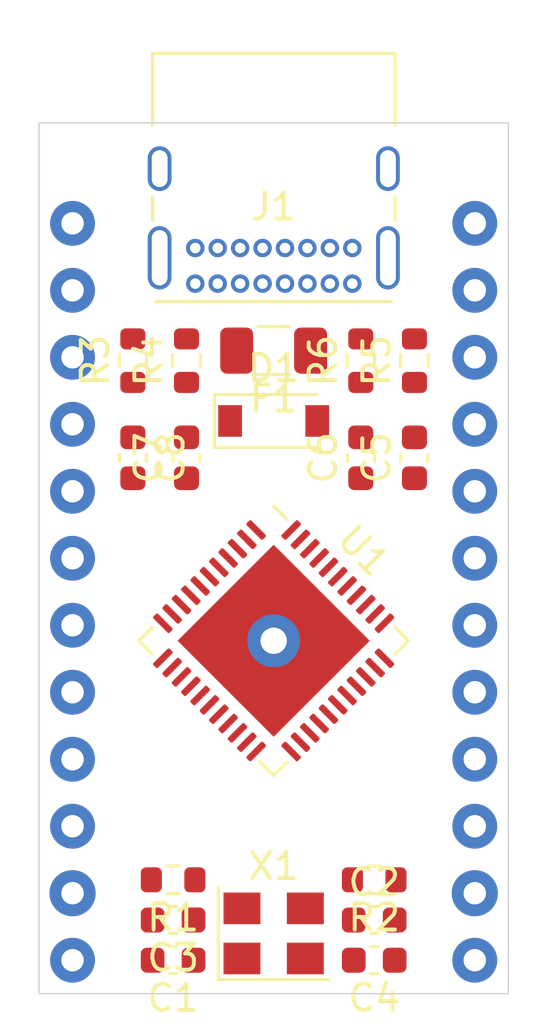
<source format=kicad_pcb>
(kicad_pcb (version 20171130) (host pcbnew "(5.1.9)-1")

  (general
    (thickness 1.6)
    (drawings 4)
    (tracks 0)
    (zones 0)
    (modules 21)
    (nets 45)
  )

  (page A4)
  (layers
    (0 F.Cu signal)
    (31 B.Cu signal)
    (32 B.Adhes user)
    (33 F.Adhes user)
    (34 B.Paste user)
    (35 F.Paste user)
    (36 B.SilkS user)
    (37 F.SilkS user)
    (38 B.Mask user)
    (39 F.Mask user)
    (40 Dwgs.User user)
    (41 Cmts.User user)
    (42 Eco1.User user)
    (43 Eco2.User user)
    (44 Edge.Cuts user)
    (45 Margin user)
    (46 B.CrtYd user)
    (47 F.CrtYd user)
    (48 B.Fab user)
    (49 F.Fab user)
  )

  (setup
    (last_trace_width 0.25)
    (trace_clearance 0.2)
    (zone_clearance 0.508)
    (zone_45_only no)
    (trace_min 0.2)
    (via_size 0.8)
    (via_drill 0.4)
    (via_min_size 0.4)
    (via_min_drill 0.3)
    (uvia_size 0.3)
    (uvia_drill 0.1)
    (uvias_allowed no)
    (uvia_min_size 0.2)
    (uvia_min_drill 0.1)
    (edge_width 0.05)
    (segment_width 0.2)
    (pcb_text_width 0.3)
    (pcb_text_size 1.5 1.5)
    (mod_edge_width 0.12)
    (mod_text_size 1 1)
    (mod_text_width 0.15)
    (pad_size 0.5 0.5)
    (pad_drill 0.2)
    (pad_to_mask_clearance 0)
    (aux_axis_origin 0 0)
    (grid_origin 170 110)
    (visible_elements 7FFFFFFF)
    (pcbplotparams
      (layerselection 0x010fc_ffffffff)
      (usegerberextensions false)
      (usegerberattributes true)
      (usegerberadvancedattributes true)
      (creategerberjobfile true)
      (excludeedgelayer true)
      (linewidth 0.100000)
      (plotframeref false)
      (viasonmask false)
      (mode 1)
      (useauxorigin false)
      (hpglpennumber 1)
      (hpglpenspeed 20)
      (hpglpendiameter 15.000000)
      (psnegative false)
      (psa4output false)
      (plotreference true)
      (plotvalue true)
      (plotinvisibletext false)
      (padsonsilk false)
      (subtractmaskfromsilk false)
      (outputformat 1)
      (mirror false)
      (drillshape 1)
      (scaleselection 1)
      (outputdirectory ""))
  )

  (net 0 "")
  (net 1 /GND)
  (net 2 /XTAL2)
  (net 3 /XTAL1)
  (net 4 /VCC)
  (net 5 "Net-(C8-Pad2)")
  (net 6 /V_USB)
  (net 7 /USB_VBUS)
  (net 8 "Net-(J1-PadB8)")
  (net 9 "Net-(J1-PadB5)")
  (net 10 /USB_D-)
  (net 11 /USB_D+)
  (net 12 "Net-(J1-PadS1)")
  (net 13 "Net-(J1-PadA8)")
  (net 14 "Net-(J1-PadA5)")
  (net 15 /P29_B5)
  (net 16 /P28_B4)
  (net 17 /P01_E6)
  (net 18 /P27_D7)
  (net 19 /P31_C6)
  (net 20 /P25_D4)
  (net 21 /P18_D0)
  (net 22 /P19_D1)
  (net 23 /P20_D2)
  (net 24 /P21_D3)
  (net 25 /P30_B6)
  (net 26 /P11_B3)
  (net 27 /P10_B2)
  (net 28 /P09_B1)
  (net 29 /P36_F7)
  (net 30 /P37_F6)
  (net 31 /P38_F5)
  (net 32 /P39_F4)
  (net 33 /RESET)
  (net 34 "Net-(R2-Pad2)")
  (net 35 /D+)
  (net 36 /D-)
  (net 37 "Net-(U1-Pad42)")
  (net 38 /P41_F0)
  (net 39 /P40_F1)
  (net 40 /P32_C7)
  (net 41 /P26_D6)
  (net 42 /P22_D5)
  (net 43 /P12_B7)
  (net 44 /P08_B0)

  (net_class Default "This is the default net class."
    (clearance 0.2)
    (trace_width 0.25)
    (via_dia 0.8)
    (via_drill 0.4)
    (uvia_dia 0.3)
    (uvia_drill 0.1)
  )

  (net_class Narrow ""
    (clearance 0.2)
    (trace_width 0.2)
    (via_dia 0.8)
    (via_drill 0.4)
    (uvia_dia 0.3)
    (uvia_drill 0.1)
    (diff_pair_width 0.2)
    (diff_pair_gap 0.2)
    (add_net /D+)
    (add_net /D-)
    (add_net /GND)
    (add_net /P01_E6)
    (add_net /P08_B0)
    (add_net /P09_B1)
    (add_net /P10_B2)
    (add_net /P11_B3)
    (add_net /P12_B7)
    (add_net /P18_D0)
    (add_net /P19_D1)
    (add_net /P20_D2)
    (add_net /P21_D3)
    (add_net /P22_D5)
    (add_net /P25_D4)
    (add_net /P26_D6)
    (add_net /P27_D7)
    (add_net /P28_B4)
    (add_net /P29_B5)
    (add_net /P30_B6)
    (add_net /P31_C6)
    (add_net /P32_C7)
    (add_net /P36_F7)
    (add_net /P37_F6)
    (add_net /P38_F5)
    (add_net /P39_F4)
    (add_net /P40_F1)
    (add_net /P41_F0)
    (add_net /RESET)
    (add_net /USB_D+)
    (add_net /USB_D-)
    (add_net /USB_VBUS)
    (add_net /VCC)
    (add_net /V_USB)
    (add_net /XTAL1)
    (add_net /XTAL2)
    (add_net "Net-(C8-Pad2)")
    (add_net "Net-(J1-PadA5)")
    (add_net "Net-(J1-PadA8)")
    (add_net "Net-(J1-PadB5)")
    (add_net "Net-(J1-PadB8)")
    (add_net "Net-(J1-PadS1)")
    (add_net "Net-(R2-Pad2)")
    (add_net "Net-(U1-Pad42)")
  )

  (module KeyboardController:QFN-44_HandSoldering (layer F.Cu) (tedit 60ABE8CA) (tstamp 60AC2EC6)
    (at 170 111.8575 315)
    (descr "QFN, 44 Pin (http://www.analog.com/media/en/package-pcb-resources/package/pkg_pdf/ltc-legacy-qfn/QFN_44_05-08-1763.pdf), generated with kicad-footprint-generator ipc_noLead_generator.py")
    (tags "QFN NoLead")
    (path /60716C73)
    (attr smd)
    (fp_text reference U1 (at 0 -4.82 135) (layer F.SilkS)
      (effects (font (size 1 1) (thickness 0.15)))
    )
    (fp_text value ATmega32U4-MU (at 0 4.82 135) (layer F.Fab)
      (effects (font (size 1 1) (thickness 0.15)))
    )
    (fp_text user %R (at 0 0 135) (layer F.Fab)
      (effects (font (size 1 1) (thickness 0.15)))
    )
    (fp_line (start 4.12 -4.12) (end -4.12 -4.12) (layer F.CrtYd) (width 0.05))
    (fp_line (start 4.12 4.12) (end 4.12 -4.12) (layer F.CrtYd) (width 0.05))
    (fp_line (start -4.12 4.12) (end 4.12 4.12) (layer F.CrtYd) (width 0.05))
    (fp_line (start -4.12 -4.12) (end -4.12 4.12) (layer F.CrtYd) (width 0.05))
    (fp_line (start -3.5 -2.5) (end -2.5 -3.5) (layer F.Fab) (width 0.1))
    (fp_line (start -3.5 3.5) (end -3.5 -2.5) (layer F.Fab) (width 0.1))
    (fp_line (start 3.5 3.5) (end -3.5 3.5) (layer F.Fab) (width 0.1))
    (fp_line (start 3.5 -3.5) (end 3.5 3.5) (layer F.Fab) (width 0.1))
    (fp_line (start -2.5 -3.5) (end 3.5 -3.5) (layer F.Fab) (width 0.1))
    (fp_line (start -2.885 -3.61) (end -3.61 -3.61) (layer F.SilkS) (width 0.12))
    (fp_line (start 3.61 3.61) (end 3.61 2.885) (layer F.SilkS) (width 0.12))
    (fp_line (start 2.885 3.61) (end 3.61 3.61) (layer F.SilkS) (width 0.12))
    (fp_line (start -3.61 3.61) (end -3.61 2.885) (layer F.SilkS) (width 0.12))
    (fp_line (start -2.885 3.61) (end -3.61 3.61) (layer F.SilkS) (width 0.12))
    (fp_line (start 3.61 -3.61) (end 3.61 -2.885) (layer F.SilkS) (width 0.12))
    (fp_line (start 2.885 -3.61) (end 3.61 -3.61) (layer F.SilkS) (width 0.12))
    (pad 45 thru_hole circle (at 0 0 315) (size 2 2) (drill 1) (layers *.Cu *.Mask))
    (pad 45 smd rect (at 0 0 315) (size 5.15 5.15) (layers F.Cu F.Paste F.Mask))
    (pad 44 smd roundrect (at -2.5 -3.4375 315) (size 0.25 0.875) (layers F.Cu F.Paste F.Mask) (roundrect_rratio 0.25)
      (net 4 /VCC))
    (pad 43 smd roundrect (at -2 -3.4375 315) (size 0.25 0.875) (layers F.Cu F.Paste F.Mask) (roundrect_rratio 0.25)
      (net 1 /GND))
    (pad 42 smd roundrect (at -1.5 -3.4375 315) (size 0.25 0.875) (layers F.Cu F.Paste F.Mask) (roundrect_rratio 0.25)
      (net 37 "Net-(U1-Pad42)"))
    (pad 41 smd roundrect (at -1 -3.4375 315) (size 0.25 0.875) (layers F.Cu F.Paste F.Mask) (roundrect_rratio 0.25)
      (net 38 /P41_F0))
    (pad 40 smd roundrect (at -0.5 -3.4375 315) (size 0.25 0.875) (layers F.Cu F.Paste F.Mask) (roundrect_rratio 0.25)
      (net 39 /P40_F1))
    (pad 39 smd roundrect (at 0 -3.4375 315) (size 0.25 0.875) (layers F.Cu F.Paste F.Mask) (roundrect_rratio 0.25)
      (net 32 /P39_F4))
    (pad 38 smd roundrect (at 0.5 -3.4375 315) (size 0.25 0.875) (layers F.Cu F.Paste F.Mask) (roundrect_rratio 0.25)
      (net 31 /P38_F5))
    (pad 37 smd roundrect (at 1 -3.4375 315) (size 0.25 0.875) (layers F.Cu F.Paste F.Mask) (roundrect_rratio 0.25)
      (net 30 /P37_F6))
    (pad 36 smd roundrect (at 1.5 -3.4375 315) (size 0.25 0.875) (layers F.Cu F.Paste F.Mask) (roundrect_rratio 0.25)
      (net 29 /P36_F7))
    (pad 35 smd roundrect (at 2 -3.4375 315) (size 0.25 0.875) (layers F.Cu F.Paste F.Mask) (roundrect_rratio 0.25)
      (net 1 /GND))
    (pad 34 smd roundrect (at 2.5 -3.4375 315) (size 0.25 0.875) (layers F.Cu F.Paste F.Mask) (roundrect_rratio 0.25)
      (net 4 /VCC))
    (pad 33 smd roundrect (at 3.4375 -2.5 315) (size 0.875 0.25) (layers F.Cu F.Paste F.Mask) (roundrect_rratio 0.25)
      (net 34 "Net-(R2-Pad2)"))
    (pad 32 smd roundrect (at 3.4375 -2 315) (size 0.875 0.25) (layers F.Cu F.Paste F.Mask) (roundrect_rratio 0.25)
      (net 40 /P32_C7))
    (pad 31 smd roundrect (at 3.4375 -1.5 315) (size 0.875 0.25) (layers F.Cu F.Paste F.Mask) (roundrect_rratio 0.25)
      (net 19 /P31_C6))
    (pad 30 smd roundrect (at 3.4375 -1 315) (size 0.875 0.25) (layers F.Cu F.Paste F.Mask) (roundrect_rratio 0.25)
      (net 25 /P30_B6))
    (pad 29 smd roundrect (at 3.4375 -0.5 315) (size 0.875 0.25) (layers F.Cu F.Paste F.Mask) (roundrect_rratio 0.25)
      (net 15 /P29_B5))
    (pad 28 smd roundrect (at 3.4375 0 315) (size 0.875 0.25) (layers F.Cu F.Paste F.Mask) (roundrect_rratio 0.25)
      (net 16 /P28_B4))
    (pad 27 smd roundrect (at 3.4375 0.5 315) (size 0.875 0.25) (layers F.Cu F.Paste F.Mask) (roundrect_rratio 0.25)
      (net 18 /P27_D7))
    (pad 26 smd roundrect (at 3.4375 1 315) (size 0.875 0.25) (layers F.Cu F.Paste F.Mask) (roundrect_rratio 0.25)
      (net 41 /P26_D6))
    (pad 25 smd roundrect (at 3.4375 1.5 315) (size 0.875 0.25) (layers F.Cu F.Paste F.Mask) (roundrect_rratio 0.25)
      (net 20 /P25_D4))
    (pad 24 smd roundrect (at 3.4375 2 315) (size 0.875 0.25) (layers F.Cu F.Paste F.Mask) (roundrect_rratio 0.25)
      (net 4 /VCC))
    (pad 23 smd roundrect (at 3.4375 2.5 315) (size 0.875 0.25) (layers F.Cu F.Paste F.Mask) (roundrect_rratio 0.25)
      (net 1 /GND))
    (pad 22 smd roundrect (at 2.5 3.4375 315) (size 0.25 0.875) (layers F.Cu F.Paste F.Mask) (roundrect_rratio 0.25)
      (net 42 /P22_D5))
    (pad 21 smd roundrect (at 2 3.4375 315) (size 0.25 0.875) (layers F.Cu F.Paste F.Mask) (roundrect_rratio 0.25)
      (net 24 /P21_D3))
    (pad 20 smd roundrect (at 1.5 3.4375 315) (size 0.25 0.875) (layers F.Cu F.Paste F.Mask) (roundrect_rratio 0.25)
      (net 23 /P20_D2))
    (pad 19 smd roundrect (at 1 3.4375 315) (size 0.25 0.875) (layers F.Cu F.Paste F.Mask) (roundrect_rratio 0.25)
      (net 22 /P19_D1))
    (pad 18 smd roundrect (at 0.5 3.4375 315) (size 0.25 0.875) (layers F.Cu F.Paste F.Mask) (roundrect_rratio 0.25)
      (net 21 /P18_D0))
    (pad 17 smd roundrect (at 0 3.4375 315) (size 0.25 0.875) (layers F.Cu F.Paste F.Mask) (roundrect_rratio 0.25)
      (net 3 /XTAL1))
    (pad 16 smd roundrect (at -0.5 3.4375 315) (size 0.25 0.875) (layers F.Cu F.Paste F.Mask) (roundrect_rratio 0.25)
      (net 2 /XTAL2))
    (pad 15 smd roundrect (at -1 3.4375 315) (size 0.25 0.875) (layers F.Cu F.Paste F.Mask) (roundrect_rratio 0.25)
      (net 1 /GND))
    (pad 14 smd roundrect (at -1.5 3.4375 315) (size 0.25 0.875) (layers F.Cu F.Paste F.Mask) (roundrect_rratio 0.25)
      (net 4 /VCC))
    (pad 13 smd roundrect (at -2 3.4375 315) (size 0.25 0.875) (layers F.Cu F.Paste F.Mask) (roundrect_rratio 0.25)
      (net 33 /RESET))
    (pad 12 smd roundrect (at -2.5 3.4375 315) (size 0.25 0.875) (layers F.Cu F.Paste F.Mask) (roundrect_rratio 0.25)
      (net 43 /P12_B7))
    (pad 11 smd roundrect (at -3.4375 2.5 315) (size 0.875 0.25) (layers F.Cu F.Paste F.Mask) (roundrect_rratio 0.25)
      (net 26 /P11_B3))
    (pad 10 smd roundrect (at -3.4375 2 315) (size 0.875 0.25) (layers F.Cu F.Paste F.Mask) (roundrect_rratio 0.25)
      (net 27 /P10_B2))
    (pad 9 smd roundrect (at -3.4375 1.5 315) (size 0.875 0.25) (layers F.Cu F.Paste F.Mask) (roundrect_rratio 0.25)
      (net 28 /P09_B1))
    (pad 8 smd roundrect (at -3.4375 1 315) (size 0.875 0.25) (layers F.Cu F.Paste F.Mask) (roundrect_rratio 0.25)
      (net 44 /P08_B0))
    (pad 7 smd roundrect (at -3.4375 0.5 315) (size 0.875 0.25) (layers F.Cu F.Paste F.Mask) (roundrect_rratio 0.25)
      (net 6 /V_USB))
    (pad 6 smd roundrect (at -3.4375 0 315) (size 0.875 0.25) (layers F.Cu F.Paste F.Mask) (roundrect_rratio 0.25)
      (net 5 "Net-(C8-Pad2)"))
    (pad 5 smd roundrect (at -3.4375 -0.5 315) (size 0.875 0.25) (layers F.Cu F.Paste F.Mask) (roundrect_rratio 0.25)
      (net 1 /GND))
    (pad 4 smd roundrect (at -3.4375 -1 315) (size 0.875 0.25) (layers F.Cu F.Paste F.Mask) (roundrect_rratio 0.25)
      (net 35 /D+))
    (pad 3 smd roundrect (at -3.4375 -1.5 315) (size 0.875 0.25) (layers F.Cu F.Paste F.Mask) (roundrect_rratio 0.25)
      (net 36 /D-))
    (pad 2 smd roundrect (at -3.4375 -2 315) (size 0.875 0.25) (layers F.Cu F.Paste F.Mask) (roundrect_rratio 0.25)
      (net 4 /VCC))
    (pad 1 smd roundrect (at -3.4375 -2.5 315) (size 0.875 0.25) (layers F.Cu F.Paste F.Mask) (roundrect_rratio 0.25)
      (net 17 /P01_E6))
    (model ${KISYS3DMOD}/Package_DFN_QFN.3dshapes/QFN-44-1EP_7x7mm_P0.5mm_EP5.15x5.15mm.wrl
      (at (xyz 0 0 0))
      (scale (xyz 1 1 1))
      (rotate (xyz 0 0 0))
    )
  )

  (module Connector_USB:USB_C_Receptacle_GCT_USB4085 (layer F.Cu) (tedit 5BCCCD93) (tstamp 60ABFE24)
    (at 172.98 98.316 180)
    (descr "USB 2.0 Type C Receptacle, https://gct.co/Files/Drawings/USB4085.pdf")
    (tags "USB Type-C Receptacle Through-hole Right angle")
    (path /60B95749)
    (fp_text reference J1 (at 2.98 2.921) (layer F.SilkS)
      (effects (font (size 1 1) (thickness 0.15)))
    )
    (fp_text value USB_C_Receptacle_USB2.0 (at 2.98 9.906) (layer F.Fab)
      (effects (font (size 1 1) (thickness 0.15)))
    )
    (fp_line (start -1.5 -0.56) (end 7.45 -0.56) (layer F.Fab) (width 0.1))
    (fp_line (start -1.5 8.61) (end 7.45 8.61) (layer F.Fab) (width 0.1))
    (fp_line (start -1.62 8.73) (end 7.57 8.73) (layer F.SilkS) (width 0.12))
    (fp_line (start -1.5 -0.68) (end 7.45 -0.68) (layer F.SilkS) (width 0.12))
    (fp_line (start -1.5 -0.56) (end -1.5 8.61) (layer F.Fab) (width 0.1))
    (fp_line (start 7.45 -0.56) (end 7.45 8.61) (layer F.Fab) (width 0.1))
    (fp_line (start 7.57 6) (end 7.57 8.73) (layer F.SilkS) (width 0.12))
    (fp_line (start -1.62 6) (end -1.62 8.73) (layer F.SilkS) (width 0.12))
    (fp_line (start 7.57 2.4) (end 7.57 3.3) (layer F.SilkS) (width 0.12))
    (fp_line (start -1.62 2.4) (end -1.62 3.3) (layer F.SilkS) (width 0.12))
    (fp_line (start -2.3 -1.06) (end -2.3 9.11) (layer F.CrtYd) (width 0.05))
    (fp_line (start -2.3 9.11) (end 8.25 9.11) (layer F.CrtYd) (width 0.05))
    (fp_line (start -2.3 -1.06) (end 8.25 -1.06) (layer F.CrtYd) (width 0.05))
    (fp_line (start 8.25 -1.06) (end 8.25 9.11) (layer F.CrtYd) (width 0.05))
    (fp_line (start -0.025 6.1) (end 5.975 6.1) (layer F.Fab) (width 0.1))
    (fp_text user "PCB Edge" (at 2.975 6.1) (layer Dwgs.User)
      (effects (font (size 0.5 0.5) (thickness 0.1)))
    )
    (fp_text user %R (at 0 0) (layer F.Fab)
      (effects (font (size 1 1) (thickness 0.1)))
    )
    (pad A1 thru_hole circle (at 0 0 180) (size 0.7 0.7) (drill 0.4) (layers *.Cu *.Mask)
      (net 1 /GND))
    (pad A4 thru_hole circle (at 0.85 0 180) (size 0.7 0.7) (drill 0.4) (layers *.Cu *.Mask)
      (net 7 /USB_VBUS))
    (pad A5 thru_hole circle (at 1.7 0 180) (size 0.7 0.7) (drill 0.4) (layers *.Cu *.Mask)
      (net 14 "Net-(J1-PadA5)"))
    (pad A6 thru_hole circle (at 2.55 0 180) (size 0.7 0.7) (drill 0.4) (layers *.Cu *.Mask)
      (net 11 /USB_D+))
    (pad A7 thru_hole circle (at 3.4 0 180) (size 0.7 0.7) (drill 0.4) (layers *.Cu *.Mask)
      (net 10 /USB_D-))
    (pad A8 thru_hole circle (at 4.25 0 180) (size 0.7 0.7) (drill 0.4) (layers *.Cu *.Mask)
      (net 13 "Net-(J1-PadA8)"))
    (pad A9 thru_hole circle (at 5.1 0 180) (size 0.7 0.7) (drill 0.4) (layers *.Cu *.Mask)
      (net 7 /USB_VBUS))
    (pad A12 thru_hole circle (at 5.95 0 180) (size 0.7 0.7) (drill 0.4) (layers *.Cu *.Mask)
      (net 1 /GND))
    (pad B9 thru_hole circle (at 0.85 1.35 180) (size 0.7 0.7) (drill 0.4) (layers *.Cu *.Mask)
      (net 7 /USB_VBUS))
    (pad B7 thru_hole circle (at 2.55 1.35 180) (size 0.7 0.7) (drill 0.4) (layers *.Cu *.Mask)
      (net 10 /USB_D-))
    (pad B8 thru_hole circle (at 1.7 1.35 180) (size 0.7 0.7) (drill 0.4) (layers *.Cu *.Mask)
      (net 8 "Net-(J1-PadB8)"))
    (pad B12 thru_hole circle (at 0 1.35 180) (size 0.7 0.7) (drill 0.4) (layers *.Cu *.Mask)
      (net 1 /GND))
    (pad B5 thru_hole circle (at 4.25 1.35 180) (size 0.7 0.7) (drill 0.4) (layers *.Cu *.Mask)
      (net 9 "Net-(J1-PadB5)"))
    (pad B4 thru_hole circle (at 5.1 1.35 180) (size 0.7 0.7) (drill 0.4) (layers *.Cu *.Mask)
      (net 7 /USB_VBUS))
    (pad B1 thru_hole circle (at 5.95 1.35 180) (size 0.7 0.7) (drill 0.4) (layers *.Cu *.Mask)
      (net 1 /GND))
    (pad B6 thru_hole circle (at 3.4 1.35 180) (size 0.7 0.7) (drill 0.4) (layers *.Cu *.Mask)
      (net 11 /USB_D+))
    (pad S1 thru_hole oval (at -1.35 0.98 180) (size 0.9 2.4) (drill oval 0.6 2.1) (layers *.Cu *.Mask)
      (net 12 "Net-(J1-PadS1)"))
    (pad S1 thru_hole oval (at 7.3 0.98 180) (size 0.9 2.4) (drill oval 0.6 2.1) (layers *.Cu *.Mask)
      (net 12 "Net-(J1-PadS1)"))
    (pad S1 thru_hole oval (at -1.35 4.36 180) (size 0.9 1.7) (drill oval 0.6 1.4) (layers *.Cu *.Mask)
      (net 12 "Net-(J1-PadS1)"))
    (pad S1 thru_hole oval (at 7.3 4.36 180) (size 0.9 1.7) (drill oval 0.6 1.4) (layers *.Cu *.Mask)
      (net 12 "Net-(J1-PadS1)"))
    (model ${KISYS3DMOD}/Connector_USB.3dshapes/USB_C_Receptacle_GCT_USB4085.wrl
      (at (xyz 0 0 0))
      (scale (xyz 1 1 1))
      (rotate (xyz 0 0 0))
    )
  )

  (module Oscillator:Oscillator_SMD_SeikoEpson_SG8002CE-4Pin_3.2x2.5mm (layer F.Cu) (tedit 58CD3345) (tstamp 60ABF88E)
    (at 170 122.954)
    (descr "SMD Crystal Oscillator Seiko Epson SG-8002CE https://support.epson.biz/td/api/doc_check.php?mode=dl&lang=en&Parts=SG-8002DC, 3.2x2.5mm^2 package")
    (tags "SMD SMT crystal oscillator")
    (path /603F204B)
    (attr smd)
    (fp_text reference X1 (at 0 -2.55) (layer F.SilkS)
      (effects (font (size 1 1) (thickness 0.15)))
    )
    (fp_text value XTAL (at 0 2.55) (layer F.Fab)
      (effects (font (size 1 1) (thickness 0.15)))
    )
    (fp_circle (center 0 0) (end 0.058333 0) (layer F.Adhes) (width 0.116667))
    (fp_circle (center 0 0) (end 0.133333 0) (layer F.Adhes) (width 0.083333))
    (fp_circle (center 0 0) (end 0.208333 0) (layer F.Adhes) (width 0.083333))
    (fp_circle (center 0 0) (end 0.25 0) (layer F.Adhes) (width 0.1))
    (fp_line (start 2.2 -1.8) (end -2.2 -1.8) (layer F.CrtYd) (width 0.05))
    (fp_line (start 2.2 1.8) (end 2.2 -1.8) (layer F.CrtYd) (width 0.05))
    (fp_line (start -2.2 1.8) (end 2.2 1.8) (layer F.CrtYd) (width 0.05))
    (fp_line (start -2.2 -1.8) (end -2.2 1.8) (layer F.CrtYd) (width 0.05))
    (fp_line (start -2.1 1.75) (end 2.1 1.75) (layer F.SilkS) (width 0.12))
    (fp_line (start -2.1 -1.75) (end -2.1 1.75) (layer F.SilkS) (width 0.12))
    (fp_line (start -1.6 0.25) (end -0.6 1.25) (layer F.Fab) (width 0.1))
    (fp_line (start -1.6 -1.15) (end -1.5 -1.25) (layer F.Fab) (width 0.1))
    (fp_line (start -1.6 1.15) (end -1.6 -1.15) (layer F.Fab) (width 0.1))
    (fp_line (start -1.5 1.25) (end -1.6 1.15) (layer F.Fab) (width 0.1))
    (fp_line (start 1.5 1.25) (end -1.5 1.25) (layer F.Fab) (width 0.1))
    (fp_line (start 1.6 1.15) (end 1.5 1.25) (layer F.Fab) (width 0.1))
    (fp_line (start 1.6 -1.15) (end 1.6 1.15) (layer F.Fab) (width 0.1))
    (fp_line (start 1.5 -1.25) (end 1.6 -1.15) (layer F.Fab) (width 0.1))
    (fp_line (start -1.5 -1.25) (end 1.5 -1.25) (layer F.Fab) (width 0.1))
    (fp_text user %R (at 0 0) (layer F.Fab)
      (effects (font (size 0.7 0.7) (thickness 0.105)))
    )
    (pad 4 smd rect (at -1.2 -0.95) (size 1.4 1.2) (layers F.Cu F.Paste F.Mask)
      (net 1 /GND))
    (pad 3 smd rect (at 1.2 -0.95) (size 1.4 1.2) (layers F.Cu F.Paste F.Mask)
      (net 3 /XTAL1))
    (pad 2 smd rect (at 1.2 0.95) (size 1.4 1.2) (layers F.Cu F.Paste F.Mask)
      (net 1 /GND))
    (pad 1 smd rect (at -1.2 0.95) (size 1.4 1.2) (layers F.Cu F.Paste F.Mask)
      (net 2 /XTAL2))
    (model ${KISYS3DMOD}/Oscillator.3dshapes/Oscillator_SMD_SeikoEpson_SG8002CE-4Pin_3.2x2.5mm.wrl
      (at (xyz 0 0 0))
      (scale (xyz 1 1 1))
      (rotate (xyz 0 0 0))
    )
  )

  (module Resistor_SMD:R_0603_1608Metric (layer F.Cu) (tedit 5F68FEEE) (tstamp 60AC383B)
    (at 173.302 101.237 90)
    (descr "Resistor SMD 0603 (1608 Metric), square (rectangular) end terminal, IPC_7351 nominal, (Body size source: IPC-SM-782 page 72, https://www.pcb-3d.com/wordpress/wp-content/uploads/ipc-sm-782a_amendment_1_and_2.pdf), generated with kicad-footprint-generator")
    (tags resistor)
    (path /60DAD827)
    (attr smd)
    (fp_text reference R6 (at 0 -1.43 90) (layer F.SilkS)
      (effects (font (size 1 1) (thickness 0.15)))
    )
    (fp_text value 5.1K (at 0 1.43 90) (layer F.Fab)
      (effects (font (size 1 1) (thickness 0.15)))
    )
    (fp_line (start -0.8 0.4125) (end -0.8 -0.4125) (layer F.Fab) (width 0.1))
    (fp_line (start -0.8 -0.4125) (end 0.8 -0.4125) (layer F.Fab) (width 0.1))
    (fp_line (start 0.8 -0.4125) (end 0.8 0.4125) (layer F.Fab) (width 0.1))
    (fp_line (start 0.8 0.4125) (end -0.8 0.4125) (layer F.Fab) (width 0.1))
    (fp_line (start -0.237258 -0.5225) (end 0.237258 -0.5225) (layer F.SilkS) (width 0.12))
    (fp_line (start -0.237258 0.5225) (end 0.237258 0.5225) (layer F.SilkS) (width 0.12))
    (fp_line (start -1.48 0.73) (end -1.48 -0.73) (layer F.CrtYd) (width 0.05))
    (fp_line (start -1.48 -0.73) (end 1.48 -0.73) (layer F.CrtYd) (width 0.05))
    (fp_line (start 1.48 -0.73) (end 1.48 0.73) (layer F.CrtYd) (width 0.05))
    (fp_line (start 1.48 0.73) (end -1.48 0.73) (layer F.CrtYd) (width 0.05))
    (fp_text user %R (at 0 0 90) (layer F.Fab)
      (effects (font (size 0.4 0.4) (thickness 0.06)))
    )
    (pad 1 smd roundrect (at -0.825 0 90) (size 0.8 0.95) (layers F.Cu F.Paste F.Mask) (roundrect_rratio 0.25)
      (net 1 /GND))
    (pad 2 smd roundrect (at 0.825 0 90) (size 0.8 0.95) (layers F.Cu F.Paste F.Mask) (roundrect_rratio 0.25)
      (net 9 "Net-(J1-PadB5)"))
    (model ${KISYS3DMOD}/Resistor_SMD.3dshapes/R_0603_1608Metric.wrl
      (at (xyz 0 0 0))
      (scale (xyz 1 1 1))
      (rotate (xyz 0 0 0))
    )
  )

  (module Resistor_SMD:R_0603_1608Metric (layer F.Cu) (tedit 5F68FEEE) (tstamp 60ABDEC7)
    (at 175.334 101.237 90)
    (descr "Resistor SMD 0603 (1608 Metric), square (rectangular) end terminal, IPC_7351 nominal, (Body size source: IPC-SM-782 page 72, https://www.pcb-3d.com/wordpress/wp-content/uploads/ipc-sm-782a_amendment_1_and_2.pdf), generated with kicad-footprint-generator")
    (tags resistor)
    (path /60D992BD)
    (attr smd)
    (fp_text reference R5 (at 0 -1.43 90) (layer F.SilkS)
      (effects (font (size 1 1) (thickness 0.15)))
    )
    (fp_text value 5.1K (at 0 1.43 90) (layer F.Fab)
      (effects (font (size 1 1) (thickness 0.15)))
    )
    (fp_line (start -0.8 0.4125) (end -0.8 -0.4125) (layer F.Fab) (width 0.1))
    (fp_line (start -0.8 -0.4125) (end 0.8 -0.4125) (layer F.Fab) (width 0.1))
    (fp_line (start 0.8 -0.4125) (end 0.8 0.4125) (layer F.Fab) (width 0.1))
    (fp_line (start 0.8 0.4125) (end -0.8 0.4125) (layer F.Fab) (width 0.1))
    (fp_line (start -0.237258 -0.5225) (end 0.237258 -0.5225) (layer F.SilkS) (width 0.12))
    (fp_line (start -0.237258 0.5225) (end 0.237258 0.5225) (layer F.SilkS) (width 0.12))
    (fp_line (start -1.48 0.73) (end -1.48 -0.73) (layer F.CrtYd) (width 0.05))
    (fp_line (start -1.48 -0.73) (end 1.48 -0.73) (layer F.CrtYd) (width 0.05))
    (fp_line (start 1.48 -0.73) (end 1.48 0.73) (layer F.CrtYd) (width 0.05))
    (fp_line (start 1.48 0.73) (end -1.48 0.73) (layer F.CrtYd) (width 0.05))
    (fp_text user %R (at 0 0 90) (layer F.Fab)
      (effects (font (size 0.4 0.4) (thickness 0.06)))
    )
    (pad 1 smd roundrect (at -0.825 0 90) (size 0.8 0.95) (layers F.Cu F.Paste F.Mask) (roundrect_rratio 0.25)
      (net 1 /GND))
    (pad 2 smd roundrect (at 0.825 0 90) (size 0.8 0.95) (layers F.Cu F.Paste F.Mask) (roundrect_rratio 0.25)
      (net 14 "Net-(J1-PadA5)"))
    (model ${KISYS3DMOD}/Resistor_SMD.3dshapes/R_0603_1608Metric.wrl
      (at (xyz 0 0 0))
      (scale (xyz 1 1 1))
      (rotate (xyz 0 0 0))
    )
  )

  (module Resistor_SMD:R_0603_1608Metric (layer F.Cu) (tedit 5F68FEEE) (tstamp 60AC380B)
    (at 166.698 101.237 90)
    (descr "Resistor SMD 0603 (1608 Metric), square (rectangular) end terminal, IPC_7351 nominal, (Body size source: IPC-SM-782 page 72, https://www.pcb-3d.com/wordpress/wp-content/uploads/ipc-sm-782a_amendment_1_and_2.pdf), generated with kicad-footprint-generator")
    (tags resistor)
    (path /6045328E)
    (attr smd)
    (fp_text reference R4 (at 0 -1.43 90) (layer F.SilkS)
      (effects (font (size 1 1) (thickness 0.15)))
    )
    (fp_text value 22 (at 0 1.43 90) (layer F.Fab)
      (effects (font (size 1 1) (thickness 0.15)))
    )
    (fp_line (start -0.8 0.4125) (end -0.8 -0.4125) (layer F.Fab) (width 0.1))
    (fp_line (start -0.8 -0.4125) (end 0.8 -0.4125) (layer F.Fab) (width 0.1))
    (fp_line (start 0.8 -0.4125) (end 0.8 0.4125) (layer F.Fab) (width 0.1))
    (fp_line (start 0.8 0.4125) (end -0.8 0.4125) (layer F.Fab) (width 0.1))
    (fp_line (start -0.237258 -0.5225) (end 0.237258 -0.5225) (layer F.SilkS) (width 0.12))
    (fp_line (start -0.237258 0.5225) (end 0.237258 0.5225) (layer F.SilkS) (width 0.12))
    (fp_line (start -1.48 0.73) (end -1.48 -0.73) (layer F.CrtYd) (width 0.05))
    (fp_line (start -1.48 -0.73) (end 1.48 -0.73) (layer F.CrtYd) (width 0.05))
    (fp_line (start 1.48 -0.73) (end 1.48 0.73) (layer F.CrtYd) (width 0.05))
    (fp_line (start 1.48 0.73) (end -1.48 0.73) (layer F.CrtYd) (width 0.05))
    (fp_text user %R (at 0 0 90) (layer F.Fab)
      (effects (font (size 0.4 0.4) (thickness 0.06)))
    )
    (pad 1 smd roundrect (at -0.825 0 90) (size 0.8 0.95) (layers F.Cu F.Paste F.Mask) (roundrect_rratio 0.25)
      (net 36 /D-))
    (pad 2 smd roundrect (at 0.825 0 90) (size 0.8 0.95) (layers F.Cu F.Paste F.Mask) (roundrect_rratio 0.25)
      (net 10 /USB_D-))
    (model ${KISYS3DMOD}/Resistor_SMD.3dshapes/R_0603_1608Metric.wrl
      (at (xyz 0 0 0))
      (scale (xyz 1 1 1))
      (rotate (xyz 0 0 0))
    )
  )

  (module Resistor_SMD:R_0603_1608Metric (layer F.Cu) (tedit 5F68FEEE) (tstamp 60AC37DB)
    (at 164.666 101.237 90)
    (descr "Resistor SMD 0603 (1608 Metric), square (rectangular) end terminal, IPC_7351 nominal, (Body size source: IPC-SM-782 page 72, https://www.pcb-3d.com/wordpress/wp-content/uploads/ipc-sm-782a_amendment_1_and_2.pdf), generated with kicad-footprint-generator")
    (tags resistor)
    (path /604519EA)
    (attr smd)
    (fp_text reference R3 (at 0 -1.43 90) (layer F.SilkS)
      (effects (font (size 1 1) (thickness 0.15)))
    )
    (fp_text value 22 (at 0 1.43 90) (layer F.Fab)
      (effects (font (size 1 1) (thickness 0.15)))
    )
    (fp_line (start -0.8 0.4125) (end -0.8 -0.4125) (layer F.Fab) (width 0.1))
    (fp_line (start -0.8 -0.4125) (end 0.8 -0.4125) (layer F.Fab) (width 0.1))
    (fp_line (start 0.8 -0.4125) (end 0.8 0.4125) (layer F.Fab) (width 0.1))
    (fp_line (start 0.8 0.4125) (end -0.8 0.4125) (layer F.Fab) (width 0.1))
    (fp_line (start -0.237258 -0.5225) (end 0.237258 -0.5225) (layer F.SilkS) (width 0.12))
    (fp_line (start -0.237258 0.5225) (end 0.237258 0.5225) (layer F.SilkS) (width 0.12))
    (fp_line (start -1.48 0.73) (end -1.48 -0.73) (layer F.CrtYd) (width 0.05))
    (fp_line (start -1.48 -0.73) (end 1.48 -0.73) (layer F.CrtYd) (width 0.05))
    (fp_line (start 1.48 -0.73) (end 1.48 0.73) (layer F.CrtYd) (width 0.05))
    (fp_line (start 1.48 0.73) (end -1.48 0.73) (layer F.CrtYd) (width 0.05))
    (fp_text user %R (at 0 0 90) (layer F.Fab)
      (effects (font (size 0.4 0.4) (thickness 0.06)))
    )
    (pad 1 smd roundrect (at -0.825 0 90) (size 0.8 0.95) (layers F.Cu F.Paste F.Mask) (roundrect_rratio 0.25)
      (net 35 /D+))
    (pad 2 smd roundrect (at 0.825 0 90) (size 0.8 0.95) (layers F.Cu F.Paste F.Mask) (roundrect_rratio 0.25)
      (net 11 /USB_D+))
    (model ${KISYS3DMOD}/Resistor_SMD.3dshapes/R_0603_1608Metric.wrl
      (at (xyz 0 0 0))
      (scale (xyz 1 1 1))
      (rotate (xyz 0 0 0))
    )
  )

  (module Resistor_SMD:R_0603_1608Metric (layer F.Cu) (tedit 5F68FEEE) (tstamp 60ABF404)
    (at 173.81 120.922 180)
    (descr "Resistor SMD 0603 (1608 Metric), square (rectangular) end terminal, IPC_7351 nominal, (Body size source: IPC-SM-782 page 72, https://www.pcb-3d.com/wordpress/wp-content/uploads/ipc-sm-782a_amendment_1_and_2.pdf), generated with kicad-footprint-generator")
    (tags resistor)
    (path /6044A260)
    (attr smd)
    (fp_text reference R2 (at 0 -1.43) (layer F.SilkS)
      (effects (font (size 1 1) (thickness 0.15)))
    )
    (fp_text value 10k (at 0 1.43) (layer F.Fab)
      (effects (font (size 1 1) (thickness 0.15)))
    )
    (fp_line (start 1.48 0.73) (end -1.48 0.73) (layer F.CrtYd) (width 0.05))
    (fp_line (start 1.48 -0.73) (end 1.48 0.73) (layer F.CrtYd) (width 0.05))
    (fp_line (start -1.48 -0.73) (end 1.48 -0.73) (layer F.CrtYd) (width 0.05))
    (fp_line (start -1.48 0.73) (end -1.48 -0.73) (layer F.CrtYd) (width 0.05))
    (fp_line (start -0.237258 0.5225) (end 0.237258 0.5225) (layer F.SilkS) (width 0.12))
    (fp_line (start -0.237258 -0.5225) (end 0.237258 -0.5225) (layer F.SilkS) (width 0.12))
    (fp_line (start 0.8 0.4125) (end -0.8 0.4125) (layer F.Fab) (width 0.1))
    (fp_line (start 0.8 -0.4125) (end 0.8 0.4125) (layer F.Fab) (width 0.1))
    (fp_line (start -0.8 -0.4125) (end 0.8 -0.4125) (layer F.Fab) (width 0.1))
    (fp_line (start -0.8 0.4125) (end -0.8 -0.4125) (layer F.Fab) (width 0.1))
    (fp_text user %R (at 0 0) (layer F.Fab)
      (effects (font (size 0.4 0.4) (thickness 0.06)))
    )
    (pad 2 smd roundrect (at 0.825 0 180) (size 0.8 0.95) (layers F.Cu F.Paste F.Mask) (roundrect_rratio 0.25)
      (net 34 "Net-(R2-Pad2)"))
    (pad 1 smd roundrect (at -0.825 0 180) (size 0.8 0.95) (layers F.Cu F.Paste F.Mask) (roundrect_rratio 0.25)
      (net 1 /GND))
    (model ${KISYS3DMOD}/Resistor_SMD.3dshapes/R_0603_1608Metric.wrl
      (at (xyz 0 0 0))
      (scale (xyz 1 1 1))
      (rotate (xyz 0 0 0))
    )
  )

  (module Resistor_SMD:R_0603_1608Metric (layer F.Cu) (tedit 5F68FEEE) (tstamp 60ABED7A)
    (at 166.19 120.922 180)
    (descr "Resistor SMD 0603 (1608 Metric), square (rectangular) end terminal, IPC_7351 nominal, (Body size source: IPC-SM-782 page 72, https://www.pcb-3d.com/wordpress/wp-content/uploads/ipc-sm-782a_amendment_1_and_2.pdf), generated with kicad-footprint-generator")
    (tags resistor)
    (path /6042E16A)
    (attr smd)
    (fp_text reference R1 (at 0 -1.43) (layer F.SilkS)
      (effects (font (size 1 1) (thickness 0.15)))
    )
    (fp_text value 10k (at 0 1.43) (layer F.Fab)
      (effects (font (size 1 1) (thickness 0.15)))
    )
    (fp_line (start 1.48 0.73) (end -1.48 0.73) (layer F.CrtYd) (width 0.05))
    (fp_line (start 1.48 -0.73) (end 1.48 0.73) (layer F.CrtYd) (width 0.05))
    (fp_line (start -1.48 -0.73) (end 1.48 -0.73) (layer F.CrtYd) (width 0.05))
    (fp_line (start -1.48 0.73) (end -1.48 -0.73) (layer F.CrtYd) (width 0.05))
    (fp_line (start -0.237258 0.5225) (end 0.237258 0.5225) (layer F.SilkS) (width 0.12))
    (fp_line (start -0.237258 -0.5225) (end 0.237258 -0.5225) (layer F.SilkS) (width 0.12))
    (fp_line (start 0.8 0.4125) (end -0.8 0.4125) (layer F.Fab) (width 0.1))
    (fp_line (start 0.8 -0.4125) (end 0.8 0.4125) (layer F.Fab) (width 0.1))
    (fp_line (start -0.8 -0.4125) (end 0.8 -0.4125) (layer F.Fab) (width 0.1))
    (fp_line (start -0.8 0.4125) (end -0.8 -0.4125) (layer F.Fab) (width 0.1))
    (fp_text user %R (at 0 0) (layer F.Fab)
      (effects (font (size 0.4 0.4) (thickness 0.06)))
    )
    (pad 2 smd roundrect (at 0.825 0 180) (size 0.8 0.95) (layers F.Cu F.Paste F.Mask) (roundrect_rratio 0.25)
      (net 33 /RESET))
    (pad 1 smd roundrect (at -0.825 0 180) (size 0.8 0.95) (layers F.Cu F.Paste F.Mask) (roundrect_rratio 0.25)
      (net 4 /VCC))
    (model ${KISYS3DMOD}/Resistor_SMD.3dshapes/R_0603_1608Metric.wrl
      (at (xyz 0 0 0))
      (scale (xyz 1 1 1))
      (rotate (xyz 0 0 0))
    )
  )

  (module KeyboardController:SpringPinHeader-01x12 (layer F.Cu) (tedit 6079C933) (tstamp 60ABFAB3)
    (at 177.62 110)
    (path /60B92FEE)
    (fp_text reference J3 (at -1.905 0 90) (layer F.Fab) hide
      (effects (font (size 1 1) (thickness 0.15)))
    )
    (fp_text value Conn_01x12 (at -1.9 0 270) (layer F.Fab)
      (effects (font (size 1 1) (thickness 0.15)))
    )
    (pad 12 thru_hole circle (at 0 13.97) (size 1.7 1.7) (drill 0.85) (layers *.Cu *.Mask)
      (net 25 /P30_B6))
    (pad 11 thru_hole circle (at 0 11.43) (size 1.75 1.75) (drill 0.85) (layers *.Cu *.Mask)
      (net 26 /P11_B3))
    (pad 10 thru_hole circle (at 0 8.89) (size 1.7 1.7) (drill 0.85) (layers *.Cu *.Mask)
      (net 27 /P10_B2))
    (pad 9 thru_hole circle (at 0 6.35) (size 1.7 1.7) (drill 0.85) (layers *.Cu *.Mask)
      (net 28 /P09_B1))
    (pad 8 thru_hole circle (at 0 3.81) (size 1.7 1.7) (drill 0.85) (layers *.Cu *.Mask)
      (net 29 /P36_F7))
    (pad 7 thru_hole circle (at 0 1.27) (size 1.7 1.7) (drill 0.85) (layers *.Cu *.Mask)
      (net 30 /P37_F6))
    (pad 6 thru_hole circle (at 0 -1.27) (size 1.7 1.7) (drill 0.85) (layers *.Cu *.Mask)
      (net 31 /P38_F5))
    (pad 5 thru_hole circle (at 0 -3.81) (size 1.7 1.7) (drill 0.85) (layers *.Cu *.Mask)
      (net 32 /P39_F4))
    (pad 4 thru_hole circle (at 0 -6.35) (size 1.7 1.7) (drill 0.85) (layers *.Cu *.Mask)
      (net 4 /VCC))
    (pad 3 thru_hole circle (at 0 -8.89) (size 1.7 1.7) (drill 0.85) (layers *.Cu *.Mask)
      (net 33 /RESET))
    (pad 2 thru_hole circle (at 0 -11.43) (size 1.7 1.7) (drill 0.85) (layers *.Cu *.Mask)
      (net 1 /GND))
    (pad 1 thru_hole circle (at 0 -13.97) (size 1.7 1.7) (drill 0.85) (layers *.Cu *.Mask)
      (net 4 /VCC))
  )

  (module KeyboardController:SpringPinHeader-01x12 (layer F.Cu) (tedit 6079C933) (tstamp 60ABFA47)
    (at 162.38 110)
    (path /60B8C4CC)
    (fp_text reference J2 (at -1.905 0 90) (layer F.Fab) hide
      (effects (font (size 1 1) (thickness 0.15)))
    )
    (fp_text value Conn_01x12 (at -1.9 0 270) (layer F.Fab)
      (effects (font (size 1 1) (thickness 0.15)))
    )
    (pad 12 thru_hole circle (at 0 13.97) (size 1.7 1.7) (drill 0.85) (layers *.Cu *.Mask)
      (net 15 /P29_B5))
    (pad 11 thru_hole circle (at 0 11.43) (size 1.75 1.75) (drill 0.85) (layers *.Cu *.Mask)
      (net 16 /P28_B4))
    (pad 10 thru_hole circle (at 0 8.89) (size 1.7 1.7) (drill 0.85) (layers *.Cu *.Mask)
      (net 17 /P01_E6))
    (pad 9 thru_hole circle (at 0 6.35) (size 1.7 1.7) (drill 0.85) (layers *.Cu *.Mask)
      (net 18 /P27_D7))
    (pad 8 thru_hole circle (at 0 3.81) (size 1.7 1.7) (drill 0.85) (layers *.Cu *.Mask)
      (net 19 /P31_C6))
    (pad 7 thru_hole circle (at 0 1.27) (size 1.7 1.7) (drill 0.85) (layers *.Cu *.Mask)
      (net 20 /P25_D4))
    (pad 6 thru_hole circle (at 0 -1.27) (size 1.7 1.7) (drill 0.85) (layers *.Cu *.Mask)
      (net 21 /P18_D0))
    (pad 5 thru_hole circle (at 0 -3.81) (size 1.7 1.7) (drill 0.85) (layers *.Cu *.Mask)
      (net 22 /P19_D1))
    (pad 4 thru_hole circle (at 0 -6.35) (size 1.7 1.7) (drill 0.85) (layers *.Cu *.Mask)
      (net 1 /GND))
    (pad 3 thru_hole circle (at 0 -8.89) (size 1.7 1.7) (drill 0.85) (layers *.Cu *.Mask)
      (net 1 /GND))
    (pad 2 thru_hole circle (at 0 -11.43) (size 1.7 1.7) (drill 0.85) (layers *.Cu *.Mask)
      (net 23 /P20_D2))
    (pad 1 thru_hole circle (at 0 -13.97) (size 1.7 1.7) (drill 0.85) (layers *.Cu *.Mask)
      (net 24 /P21_D3))
  )

  (module Fuse:Fuse_1206_3216Metric (layer F.Cu) (tedit 5F68FEF1) (tstamp 60AC10B1)
    (at 170 100.856 180)
    (descr "Fuse SMD 1206 (3216 Metric), square (rectangular) end terminal, IPC_7351 nominal, (Body size source: http://www.tortai-tech.com/upload/download/2011102023233369053.pdf), generated with kicad-footprint-generator")
    (tags fuse)
    (path /6045B5EA)
    (attr smd)
    (fp_text reference F1 (at 0 -1.82) (layer F.SilkS)
      (effects (font (size 1 1) (thickness 0.15)))
    )
    (fp_text value Fuse (at 0 1.82) (layer F.Fab)
      (effects (font (size 1 1) (thickness 0.15)))
    )
    (fp_line (start 2.28 1.12) (end -2.28 1.12) (layer F.CrtYd) (width 0.05))
    (fp_line (start 2.28 -1.12) (end 2.28 1.12) (layer F.CrtYd) (width 0.05))
    (fp_line (start -2.28 -1.12) (end 2.28 -1.12) (layer F.CrtYd) (width 0.05))
    (fp_line (start -2.28 1.12) (end -2.28 -1.12) (layer F.CrtYd) (width 0.05))
    (fp_line (start -0.602064 0.91) (end 0.602064 0.91) (layer F.SilkS) (width 0.12))
    (fp_line (start -0.602064 -0.91) (end 0.602064 -0.91) (layer F.SilkS) (width 0.12))
    (fp_line (start 1.6 0.8) (end -1.6 0.8) (layer F.Fab) (width 0.1))
    (fp_line (start 1.6 -0.8) (end 1.6 0.8) (layer F.Fab) (width 0.1))
    (fp_line (start -1.6 -0.8) (end 1.6 -0.8) (layer F.Fab) (width 0.1))
    (fp_line (start -1.6 0.8) (end -1.6 -0.8) (layer F.Fab) (width 0.1))
    (fp_text user %R (at 0 0) (layer F.Fab)
      (effects (font (size 0.8 0.8) (thickness 0.12)))
    )
    (pad 2 smd roundrect (at 1.4 0 180) (size 1.25 1.75) (layers F.Cu F.Paste F.Mask) (roundrect_rratio 0.2)
      (net 7 /USB_VBUS))
    (pad 1 smd roundrect (at -1.4 0 180) (size 1.25 1.75) (layers F.Cu F.Paste F.Mask) (roundrect_rratio 0.2)
      (net 6 /V_USB))
    (model ${KISYS3DMOD}/Fuse.3dshapes/Fuse_1206_3216Metric.wrl
      (at (xyz 0 0 0))
      (scale (xyz 1 1 1))
      (rotate (xyz 0 0 0))
    )
  )

  (module Diode_SMD:D_SOD-123 (layer F.Cu) (tedit 58645DC7) (tstamp 60ABF5E6)
    (at 170 103.523)
    (descr SOD-123)
    (tags SOD-123)
    (path /6045DC61)
    (attr smd)
    (fp_text reference D1 (at 0 -2) (layer F.SilkS)
      (effects (font (size 1 1) (thickness 0.15)))
    )
    (fp_text value D_Schottky (at 0 2.1) (layer F.Fab)
      (effects (font (size 1 1) (thickness 0.15)))
    )
    (fp_line (start -2.25 -1) (end 1.65 -1) (layer F.SilkS) (width 0.12))
    (fp_line (start -2.25 1) (end 1.65 1) (layer F.SilkS) (width 0.12))
    (fp_line (start -2.35 -1.15) (end -2.35 1.15) (layer F.CrtYd) (width 0.05))
    (fp_line (start 2.35 1.15) (end -2.35 1.15) (layer F.CrtYd) (width 0.05))
    (fp_line (start 2.35 -1.15) (end 2.35 1.15) (layer F.CrtYd) (width 0.05))
    (fp_line (start -2.35 -1.15) (end 2.35 -1.15) (layer F.CrtYd) (width 0.05))
    (fp_line (start -1.4 -0.9) (end 1.4 -0.9) (layer F.Fab) (width 0.1))
    (fp_line (start 1.4 -0.9) (end 1.4 0.9) (layer F.Fab) (width 0.1))
    (fp_line (start 1.4 0.9) (end -1.4 0.9) (layer F.Fab) (width 0.1))
    (fp_line (start -1.4 0.9) (end -1.4 -0.9) (layer F.Fab) (width 0.1))
    (fp_line (start -0.75 0) (end -0.35 0) (layer F.Fab) (width 0.1))
    (fp_line (start -0.35 0) (end -0.35 -0.55) (layer F.Fab) (width 0.1))
    (fp_line (start -0.35 0) (end -0.35 0.55) (layer F.Fab) (width 0.1))
    (fp_line (start -0.35 0) (end 0.25 -0.4) (layer F.Fab) (width 0.1))
    (fp_line (start 0.25 -0.4) (end 0.25 0.4) (layer F.Fab) (width 0.1))
    (fp_line (start 0.25 0.4) (end -0.35 0) (layer F.Fab) (width 0.1))
    (fp_line (start 0.25 0) (end 0.75 0) (layer F.Fab) (width 0.1))
    (fp_line (start -2.25 -1) (end -2.25 1) (layer F.SilkS) (width 0.12))
    (fp_text user %R (at 0 -2) (layer F.Fab)
      (effects (font (size 1 1) (thickness 0.15)))
    )
    (pad 2 smd rect (at 1.65 0) (size 0.9 1.2) (layers F.Cu F.Paste F.Mask)
      (net 6 /V_USB))
    (pad 1 smd rect (at -1.65 0) (size 0.9 1.2) (layers F.Cu F.Paste F.Mask)
      (net 4 /VCC))
    (model ${KISYS3DMOD}/Diode_SMD.3dshapes/D_SOD-123.wrl
      (at (xyz 0 0 0))
      (scale (xyz 1 1 1))
      (rotate (xyz 0 0 0))
    )
  )

  (module Capacitor_SMD:C_0603_1608Metric (layer F.Cu) (tedit 5F68FEEE) (tstamp 60ABF51E)
    (at 164.666 104.92 270)
    (descr "Capacitor SMD 0603 (1608 Metric), square (rectangular) end terminal, IPC_7351 nominal, (Body size source: IPC-SM-782 page 76, https://www.pcb-3d.com/wordpress/wp-content/uploads/ipc-sm-782a_amendment_1_and_2.pdf), generated with kicad-footprint-generator")
    (tags capacitor)
    (path /604754D9)
    (attr smd)
    (fp_text reference C8 (at 0 -1.43 90) (layer F.SilkS)
      (effects (font (size 1 1) (thickness 0.15)))
    )
    (fp_text value 1u (at 0 1.43 90) (layer F.Fab)
      (effects (font (size 1 1) (thickness 0.15)))
    )
    (fp_line (start -0.8 0.4) (end -0.8 -0.4) (layer F.Fab) (width 0.1))
    (fp_line (start -0.8 -0.4) (end 0.8 -0.4) (layer F.Fab) (width 0.1))
    (fp_line (start 0.8 -0.4) (end 0.8 0.4) (layer F.Fab) (width 0.1))
    (fp_line (start 0.8 0.4) (end -0.8 0.4) (layer F.Fab) (width 0.1))
    (fp_line (start -0.14058 -0.51) (end 0.14058 -0.51) (layer F.SilkS) (width 0.12))
    (fp_line (start -0.14058 0.51) (end 0.14058 0.51) (layer F.SilkS) (width 0.12))
    (fp_line (start -1.48 0.73) (end -1.48 -0.73) (layer F.CrtYd) (width 0.05))
    (fp_line (start -1.48 -0.73) (end 1.48 -0.73) (layer F.CrtYd) (width 0.05))
    (fp_line (start 1.48 -0.73) (end 1.48 0.73) (layer F.CrtYd) (width 0.05))
    (fp_line (start 1.48 0.73) (end -1.48 0.73) (layer F.CrtYd) (width 0.05))
    (fp_text user %R (at 0 0 90) (layer F.Fab)
      (effects (font (size 0.4 0.4) (thickness 0.06)))
    )
    (pad 1 smd roundrect (at -0.775 0 270) (size 0.9 0.95) (layers F.Cu F.Paste F.Mask) (roundrect_rratio 0.25)
      (net 1 /GND))
    (pad 2 smd roundrect (at 0.775 0 270) (size 0.9 0.95) (layers F.Cu F.Paste F.Mask) (roundrect_rratio 0.25)
      (net 5 "Net-(C8-Pad2)"))
    (model ${KISYS3DMOD}/Capacitor_SMD.3dshapes/C_0603_1608Metric.wrl
      (at (xyz 0 0 0))
      (scale (xyz 1 1 1))
      (rotate (xyz 0 0 0))
    )
  )

  (module Capacitor_SMD:C_0603_1608Metric (layer F.Cu) (tedit 5F68FEEE) (tstamp 60AC2176)
    (at 166.698 104.92 90)
    (descr "Capacitor SMD 0603 (1608 Metric), square (rectangular) end terminal, IPC_7351 nominal, (Body size source: IPC-SM-782 page 76, https://www.pcb-3d.com/wordpress/wp-content/uploads/ipc-sm-782a_amendment_1_and_2.pdf), generated with kicad-footprint-generator")
    (tags capacitor)
    (path /6040FBFE)
    (attr smd)
    (fp_text reference C7 (at 0 -1.43 90) (layer F.SilkS)
      (effects (font (size 1 1) (thickness 0.15)))
    )
    (fp_text value 4.7u (at 0 1.43 90) (layer F.Fab)
      (effects (font (size 1 1) (thickness 0.15)))
    )
    (fp_line (start 1.48 0.73) (end -1.48 0.73) (layer F.CrtYd) (width 0.05))
    (fp_line (start 1.48 -0.73) (end 1.48 0.73) (layer F.CrtYd) (width 0.05))
    (fp_line (start -1.48 -0.73) (end 1.48 -0.73) (layer F.CrtYd) (width 0.05))
    (fp_line (start -1.48 0.73) (end -1.48 -0.73) (layer F.CrtYd) (width 0.05))
    (fp_line (start -0.14058 0.51) (end 0.14058 0.51) (layer F.SilkS) (width 0.12))
    (fp_line (start -0.14058 -0.51) (end 0.14058 -0.51) (layer F.SilkS) (width 0.12))
    (fp_line (start 0.8 0.4) (end -0.8 0.4) (layer F.Fab) (width 0.1))
    (fp_line (start 0.8 -0.4) (end 0.8 0.4) (layer F.Fab) (width 0.1))
    (fp_line (start -0.8 -0.4) (end 0.8 -0.4) (layer F.Fab) (width 0.1))
    (fp_line (start -0.8 0.4) (end -0.8 -0.4) (layer F.Fab) (width 0.1))
    (fp_text user %R (at 0 0 90) (layer F.Fab)
      (effects (font (size 0.4 0.4) (thickness 0.06)))
    )
    (pad 2 smd roundrect (at 0.775 0 90) (size 0.9 0.95) (layers F.Cu F.Paste F.Mask) (roundrect_rratio 0.25)
      (net 1 /GND))
    (pad 1 smd roundrect (at -0.775 0 90) (size 0.9 0.95) (layers F.Cu F.Paste F.Mask) (roundrect_rratio 0.25)
      (net 4 /VCC))
    (model ${KISYS3DMOD}/Capacitor_SMD.3dshapes/C_0603_1608Metric.wrl
      (at (xyz 0 0 0))
      (scale (xyz 1 1 1))
      (rotate (xyz 0 0 0))
    )
  )

  (module Capacitor_SMD:C_0603_1608Metric (layer F.Cu) (tedit 5F68FEEE) (tstamp 60AC33CF)
    (at 173.302 104.92 90)
    (descr "Capacitor SMD 0603 (1608 Metric), square (rectangular) end terminal, IPC_7351 nominal, (Body size source: IPC-SM-782 page 76, https://www.pcb-3d.com/wordpress/wp-content/uploads/ipc-sm-782a_amendment_1_and_2.pdf), generated with kicad-footprint-generator")
    (tags capacitor)
    (path /607A3E07)
    (attr smd)
    (fp_text reference C6 (at 0 -1.43 90) (layer F.SilkS)
      (effects (font (size 1 1) (thickness 0.15)))
    )
    (fp_text value 0.1u (at 0 1.43 90) (layer F.Fab)
      (effects (font (size 1 1) (thickness 0.15)))
    )
    (fp_line (start 1.48 0.73) (end -1.48 0.73) (layer F.CrtYd) (width 0.05))
    (fp_line (start 1.48 -0.73) (end 1.48 0.73) (layer F.CrtYd) (width 0.05))
    (fp_line (start -1.48 -0.73) (end 1.48 -0.73) (layer F.CrtYd) (width 0.05))
    (fp_line (start -1.48 0.73) (end -1.48 -0.73) (layer F.CrtYd) (width 0.05))
    (fp_line (start -0.14058 0.51) (end 0.14058 0.51) (layer F.SilkS) (width 0.12))
    (fp_line (start -0.14058 -0.51) (end 0.14058 -0.51) (layer F.SilkS) (width 0.12))
    (fp_line (start 0.8 0.4) (end -0.8 0.4) (layer F.Fab) (width 0.1))
    (fp_line (start 0.8 -0.4) (end 0.8 0.4) (layer F.Fab) (width 0.1))
    (fp_line (start -0.8 -0.4) (end 0.8 -0.4) (layer F.Fab) (width 0.1))
    (fp_line (start -0.8 0.4) (end -0.8 -0.4) (layer F.Fab) (width 0.1))
    (fp_text user %R (at 0 0 90) (layer F.Fab)
      (effects (font (size 0.4 0.4) (thickness 0.06)))
    )
    (pad 2 smd roundrect (at 0.775 0 90) (size 0.9 0.95) (layers F.Cu F.Paste F.Mask) (roundrect_rratio 0.25)
      (net 1 /GND))
    (pad 1 smd roundrect (at -0.775 0 90) (size 0.9 0.95) (layers F.Cu F.Paste F.Mask) (roundrect_rratio 0.25)
      (net 4 /VCC))
    (model ${KISYS3DMOD}/Capacitor_SMD.3dshapes/C_0603_1608Metric.wrl
      (at (xyz 0 0 0))
      (scale (xyz 1 1 1))
      (rotate (xyz 0 0 0))
    )
  )

  (module Capacitor_SMD:C_0603_1608Metric (layer F.Cu) (tedit 5F68FEEE) (tstamp 60ABDEF7)
    (at 175.334 104.92 90)
    (descr "Capacitor SMD 0603 (1608 Metric), square (rectangular) end terminal, IPC_7351 nominal, (Body size source: IPC-SM-782 page 76, https://www.pcb-3d.com/wordpress/wp-content/uploads/ipc-sm-782a_amendment_1_and_2.pdf), generated with kicad-footprint-generator")
    (tags capacitor)
    (path /60795897)
    (attr smd)
    (fp_text reference C5 (at 0 -1.43 90) (layer F.SilkS)
      (effects (font (size 1 1) (thickness 0.15)))
    )
    (fp_text value 0.1u (at 0 1.43 90) (layer F.Fab)
      (effects (font (size 1 1) (thickness 0.15)))
    )
    (fp_line (start 1.48 0.73) (end -1.48 0.73) (layer F.CrtYd) (width 0.05))
    (fp_line (start 1.48 -0.73) (end 1.48 0.73) (layer F.CrtYd) (width 0.05))
    (fp_line (start -1.48 -0.73) (end 1.48 -0.73) (layer F.CrtYd) (width 0.05))
    (fp_line (start -1.48 0.73) (end -1.48 -0.73) (layer F.CrtYd) (width 0.05))
    (fp_line (start -0.14058 0.51) (end 0.14058 0.51) (layer F.SilkS) (width 0.12))
    (fp_line (start -0.14058 -0.51) (end 0.14058 -0.51) (layer F.SilkS) (width 0.12))
    (fp_line (start 0.8 0.4) (end -0.8 0.4) (layer F.Fab) (width 0.1))
    (fp_line (start 0.8 -0.4) (end 0.8 0.4) (layer F.Fab) (width 0.1))
    (fp_line (start -0.8 -0.4) (end 0.8 -0.4) (layer F.Fab) (width 0.1))
    (fp_line (start -0.8 0.4) (end -0.8 -0.4) (layer F.Fab) (width 0.1))
    (fp_text user %R (at 0 0 90) (layer F.Fab)
      (effects (font (size 0.4 0.4) (thickness 0.06)))
    )
    (pad 2 smd roundrect (at 0.775 0 90) (size 0.9 0.95) (layers F.Cu F.Paste F.Mask) (roundrect_rratio 0.25)
      (net 1 /GND))
    (pad 1 smd roundrect (at -0.775 0 90) (size 0.9 0.95) (layers F.Cu F.Paste F.Mask) (roundrect_rratio 0.25)
      (net 4 /VCC))
    (model ${KISYS3DMOD}/Capacitor_SMD.3dshapes/C_0603_1608Metric.wrl
      (at (xyz 0 0 0))
      (scale (xyz 1 1 1))
      (rotate (xyz 0 0 0))
    )
  )

  (module Capacitor_SMD:C_0603_1608Metric (layer F.Cu) (tedit 5F68FEEE) (tstamp 60ABFFD6)
    (at 173.81 123.97 180)
    (descr "Capacitor SMD 0603 (1608 Metric), square (rectangular) end terminal, IPC_7351 nominal, (Body size source: IPC-SM-782 page 76, https://www.pcb-3d.com/wordpress/wp-content/uploads/ipc-sm-782a_amendment_1_and_2.pdf), generated with kicad-footprint-generator")
    (tags capacitor)
    (path /6079B002)
    (attr smd)
    (fp_text reference C4 (at 0 -1.43) (layer F.SilkS)
      (effects (font (size 1 1) (thickness 0.15)))
    )
    (fp_text value 0.1u (at 0 1.43) (layer F.Fab)
      (effects (font (size 1 1) (thickness 0.15)))
    )
    (fp_line (start 1.48 0.73) (end -1.48 0.73) (layer F.CrtYd) (width 0.05))
    (fp_line (start 1.48 -0.73) (end 1.48 0.73) (layer F.CrtYd) (width 0.05))
    (fp_line (start -1.48 -0.73) (end 1.48 -0.73) (layer F.CrtYd) (width 0.05))
    (fp_line (start -1.48 0.73) (end -1.48 -0.73) (layer F.CrtYd) (width 0.05))
    (fp_line (start -0.14058 0.51) (end 0.14058 0.51) (layer F.SilkS) (width 0.12))
    (fp_line (start -0.14058 -0.51) (end 0.14058 -0.51) (layer F.SilkS) (width 0.12))
    (fp_line (start 0.8 0.4) (end -0.8 0.4) (layer F.Fab) (width 0.1))
    (fp_line (start 0.8 -0.4) (end 0.8 0.4) (layer F.Fab) (width 0.1))
    (fp_line (start -0.8 -0.4) (end 0.8 -0.4) (layer F.Fab) (width 0.1))
    (fp_line (start -0.8 0.4) (end -0.8 -0.4) (layer F.Fab) (width 0.1))
    (fp_text user %R (at 0 0) (layer F.Fab)
      (effects (font (size 0.4 0.4) (thickness 0.06)))
    )
    (pad 2 smd roundrect (at 0.775 0 180) (size 0.9 0.95) (layers F.Cu F.Paste F.Mask) (roundrect_rratio 0.25)
      (net 1 /GND))
    (pad 1 smd roundrect (at -0.775 0 180) (size 0.9 0.95) (layers F.Cu F.Paste F.Mask) (roundrect_rratio 0.25)
      (net 4 /VCC))
    (model ${KISYS3DMOD}/Capacitor_SMD.3dshapes/C_0603_1608Metric.wrl
      (at (xyz 0 0 0))
      (scale (xyz 1 1 1))
      (rotate (xyz 0 0 0))
    )
  )

  (module Capacitor_SMD:C_0603_1608Metric (layer F.Cu) (tedit 5F68FEEE) (tstamp 60ABF656)
    (at 166.19 122.446 180)
    (descr "Capacitor SMD 0603 (1608 Metric), square (rectangular) end terminal, IPC_7351 nominal, (Body size source: IPC-SM-782 page 76, https://www.pcb-3d.com/wordpress/wp-content/uploads/ipc-sm-782a_amendment_1_and_2.pdf), generated with kicad-footprint-generator")
    (tags capacitor)
    (path /60400465)
    (attr smd)
    (fp_text reference C3 (at 0 -1.43) (layer F.SilkS)
      (effects (font (size 1 1) (thickness 0.15)))
    )
    (fp_text value 0.1u (at 0 1.43) (layer F.Fab)
      (effects (font (size 1 1) (thickness 0.15)))
    )
    (fp_line (start 1.48 0.73) (end -1.48 0.73) (layer F.CrtYd) (width 0.05))
    (fp_line (start 1.48 -0.73) (end 1.48 0.73) (layer F.CrtYd) (width 0.05))
    (fp_line (start -1.48 -0.73) (end 1.48 -0.73) (layer F.CrtYd) (width 0.05))
    (fp_line (start -1.48 0.73) (end -1.48 -0.73) (layer F.CrtYd) (width 0.05))
    (fp_line (start -0.14058 0.51) (end 0.14058 0.51) (layer F.SilkS) (width 0.12))
    (fp_line (start -0.14058 -0.51) (end 0.14058 -0.51) (layer F.SilkS) (width 0.12))
    (fp_line (start 0.8 0.4) (end -0.8 0.4) (layer F.Fab) (width 0.1))
    (fp_line (start 0.8 -0.4) (end 0.8 0.4) (layer F.Fab) (width 0.1))
    (fp_line (start -0.8 -0.4) (end 0.8 -0.4) (layer F.Fab) (width 0.1))
    (fp_line (start -0.8 0.4) (end -0.8 -0.4) (layer F.Fab) (width 0.1))
    (fp_text user %R (at 0 0) (layer F.Fab)
      (effects (font (size 0.4 0.4) (thickness 0.06)))
    )
    (pad 2 smd roundrect (at 0.775 0 180) (size 0.9 0.95) (layers F.Cu F.Paste F.Mask) (roundrect_rratio 0.25)
      (net 1 /GND))
    (pad 1 smd roundrect (at -0.775 0 180) (size 0.9 0.95) (layers F.Cu F.Paste F.Mask) (roundrect_rratio 0.25)
      (net 4 /VCC))
    (model ${KISYS3DMOD}/Capacitor_SMD.3dshapes/C_0603_1608Metric.wrl
      (at (xyz 0 0 0))
      (scale (xyz 1 1 1))
      (rotate (xyz 0 0 0))
    )
  )

  (module Capacitor_SMD:C_0603_1608Metric (layer F.Cu) (tedit 5F68FEEE) (tstamp 60AC03EB)
    (at 173.81 122.446)
    (descr "Capacitor SMD 0603 (1608 Metric), square (rectangular) end terminal, IPC_7351 nominal, (Body size source: IPC-SM-782 page 76, https://www.pcb-3d.com/wordpress/wp-content/uploads/ipc-sm-782a_amendment_1_and_2.pdf), generated with kicad-footprint-generator")
    (tags capacitor)
    (path /603F5487)
    (attr smd)
    (fp_text reference C2 (at 0 -1.43) (layer F.SilkS)
      (effects (font (size 1 1) (thickness 0.15)))
    )
    (fp_text value 22p (at 0 1.43) (layer F.Fab)
      (effects (font (size 1 1) (thickness 0.15)))
    )
    (fp_line (start 1.48 0.73) (end -1.48 0.73) (layer F.CrtYd) (width 0.05))
    (fp_line (start 1.48 -0.73) (end 1.48 0.73) (layer F.CrtYd) (width 0.05))
    (fp_line (start -1.48 -0.73) (end 1.48 -0.73) (layer F.CrtYd) (width 0.05))
    (fp_line (start -1.48 0.73) (end -1.48 -0.73) (layer F.CrtYd) (width 0.05))
    (fp_line (start -0.14058 0.51) (end 0.14058 0.51) (layer F.SilkS) (width 0.12))
    (fp_line (start -0.14058 -0.51) (end 0.14058 -0.51) (layer F.SilkS) (width 0.12))
    (fp_line (start 0.8 0.4) (end -0.8 0.4) (layer F.Fab) (width 0.1))
    (fp_line (start 0.8 -0.4) (end 0.8 0.4) (layer F.Fab) (width 0.1))
    (fp_line (start -0.8 -0.4) (end 0.8 -0.4) (layer F.Fab) (width 0.1))
    (fp_line (start -0.8 0.4) (end -0.8 -0.4) (layer F.Fab) (width 0.1))
    (fp_text user %R (at 0 0) (layer F.Fab)
      (effects (font (size 0.4 0.4) (thickness 0.06)))
    )
    (pad 2 smd roundrect (at 0.775 0) (size 0.9 0.95) (layers F.Cu F.Paste F.Mask) (roundrect_rratio 0.25)
      (net 1 /GND))
    (pad 1 smd roundrect (at -0.775 0) (size 0.9 0.95) (layers F.Cu F.Paste F.Mask) (roundrect_rratio 0.25)
      (net 3 /XTAL1))
    (model ${KISYS3DMOD}/Capacitor_SMD.3dshapes/C_0603_1608Metric.wrl
      (at (xyz 0 0 0))
      (scale (xyz 1 1 1))
      (rotate (xyz 0 0 0))
    )
  )

  (module Capacitor_SMD:C_0603_1608Metric (layer F.Cu) (tedit 5F68FEEE) (tstamp 60ABF993)
    (at 166.19 123.97 180)
    (descr "Capacitor SMD 0603 (1608 Metric), square (rectangular) end terminal, IPC_7351 nominal, (Body size source: IPC-SM-782 page 76, https://www.pcb-3d.com/wordpress/wp-content/uploads/ipc-sm-782a_amendment_1_and_2.pdf), generated with kicad-footprint-generator")
    (tags capacitor)
    (path /603F4F30)
    (attr smd)
    (fp_text reference C1 (at 0 -1.43) (layer F.SilkS)
      (effects (font (size 1 1) (thickness 0.15)))
    )
    (fp_text value 22p (at 0 1.43) (layer F.Fab)
      (effects (font (size 1 1) (thickness 0.15)))
    )
    (fp_line (start -0.8 0.4) (end -0.8 -0.4) (layer F.Fab) (width 0.1))
    (fp_line (start -0.8 -0.4) (end 0.8 -0.4) (layer F.Fab) (width 0.1))
    (fp_line (start 0.8 -0.4) (end 0.8 0.4) (layer F.Fab) (width 0.1))
    (fp_line (start 0.8 0.4) (end -0.8 0.4) (layer F.Fab) (width 0.1))
    (fp_line (start -0.14058 -0.51) (end 0.14058 -0.51) (layer F.SilkS) (width 0.12))
    (fp_line (start -0.14058 0.51) (end 0.14058 0.51) (layer F.SilkS) (width 0.12))
    (fp_line (start -1.48 0.73) (end -1.48 -0.73) (layer F.CrtYd) (width 0.05))
    (fp_line (start -1.48 -0.73) (end 1.48 -0.73) (layer F.CrtYd) (width 0.05))
    (fp_line (start 1.48 -0.73) (end 1.48 0.73) (layer F.CrtYd) (width 0.05))
    (fp_line (start 1.48 0.73) (end -1.48 0.73) (layer F.CrtYd) (width 0.05))
    (fp_text user %R (at 0 0) (layer F.Fab)
      (effects (font (size 0.4 0.4) (thickness 0.06)))
    )
    (pad 1 smd roundrect (at -0.775 0 180) (size 0.9 0.95) (layers F.Cu F.Paste F.Mask) (roundrect_rratio 0.25)
      (net 2 /XTAL2))
    (pad 2 smd roundrect (at 0.775 0 180) (size 0.9 0.95) (layers F.Cu F.Paste F.Mask) (roundrect_rratio 0.25)
      (net 1 /GND))
    (model ${KISYS3DMOD}/Capacitor_SMD.3dshapes/C_0603_1608Metric.wrl
      (at (xyz 0 0 0))
      (scale (xyz 1 1 1))
      (rotate (xyz 0 0 0))
    )
  )

  (gr_line (start 161.11 125.24) (end 161.11 92.22) (layer Edge.Cuts) (width 0.05) (tstamp 60ABFB8A))
  (gr_line (start 178.89 125.24) (end 161.11 125.24) (layer Edge.Cuts) (width 0.05))
  (gr_line (start 178.89 92.22) (end 178.89 125.24) (layer Edge.Cuts) (width 0.05))
  (gr_line (start 161.11 92.22) (end 178.89 92.22) (layer Edge.Cuts) (width 0.05))

)

</source>
